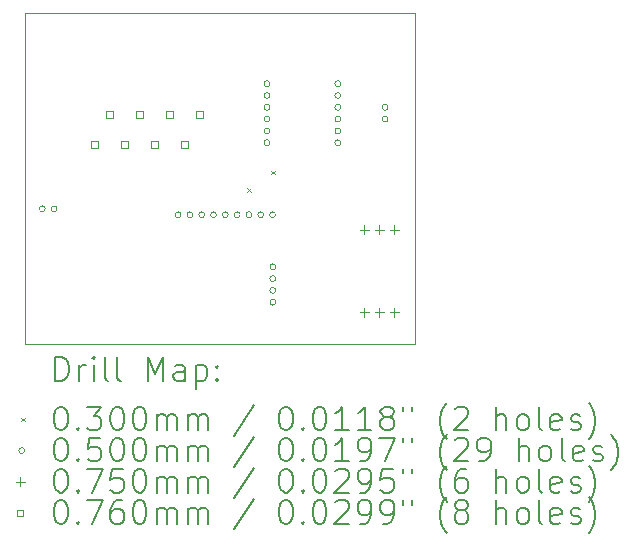
<source format=gbr>
%TF.GenerationSoftware,KiCad,Pcbnew,8.0.7*%
%TF.CreationDate,2025-01-04T17:01:35+01:00*%
%TF.ProjectId,btrail-powerboard,62747261-696c-42d7-906f-776572626f61,rev?*%
%TF.SameCoordinates,Original*%
%TF.FileFunction,Drillmap*%
%TF.FilePolarity,Positive*%
%FSLAX45Y45*%
G04 Gerber Fmt 4.5, Leading zero omitted, Abs format (unit mm)*
G04 Created by KiCad (PCBNEW 8.0.7) date 2025-01-04 17:01:35*
%MOMM*%
%LPD*%
G01*
G04 APERTURE LIST*
%ADD10C,0.050000*%
%ADD11C,0.200000*%
%ADD12C,0.100000*%
G04 APERTURE END LIST*
D10*
X19150000Y-2200000D02*
X22450000Y-2200000D01*
X22450000Y-5000000D01*
X19150000Y-5000000D01*
X19150000Y-2200000D01*
D11*
D12*
X21035000Y-3685000D02*
X21065000Y-3715000D01*
X21065000Y-3685000D02*
X21035000Y-3715000D01*
X21235000Y-3535000D02*
X21265000Y-3565000D01*
X21265000Y-3535000D02*
X21235000Y-3565000D01*
X19322500Y-3859500D02*
G75*
G02*
X19272500Y-3859500I-25000J0D01*
G01*
X19272500Y-3859500D02*
G75*
G02*
X19322500Y-3859500I25000J0D01*
G01*
X19422500Y-3859500D02*
G75*
G02*
X19372500Y-3859500I-25000J0D01*
G01*
X19372500Y-3859500D02*
G75*
G02*
X19422500Y-3859500I25000J0D01*
G01*
X20472500Y-3909500D02*
G75*
G02*
X20422500Y-3909500I-25000J0D01*
G01*
X20422500Y-3909500D02*
G75*
G02*
X20472500Y-3909500I25000J0D01*
G01*
X20572500Y-3909500D02*
G75*
G02*
X20522500Y-3909500I-25000J0D01*
G01*
X20522500Y-3909500D02*
G75*
G02*
X20572500Y-3909500I25000J0D01*
G01*
X20672500Y-3909500D02*
G75*
G02*
X20622500Y-3909500I-25000J0D01*
G01*
X20622500Y-3909500D02*
G75*
G02*
X20672500Y-3909500I25000J0D01*
G01*
X20772500Y-3909500D02*
G75*
G02*
X20722500Y-3909500I-25000J0D01*
G01*
X20722500Y-3909500D02*
G75*
G02*
X20772500Y-3909500I25000J0D01*
G01*
X20872500Y-3909500D02*
G75*
G02*
X20822500Y-3909500I-25000J0D01*
G01*
X20822500Y-3909500D02*
G75*
G02*
X20872500Y-3909500I25000J0D01*
G01*
X20972500Y-3909500D02*
G75*
G02*
X20922500Y-3909500I-25000J0D01*
G01*
X20922500Y-3909500D02*
G75*
G02*
X20972500Y-3909500I25000J0D01*
G01*
X21072500Y-3909500D02*
G75*
G02*
X21022500Y-3909500I-25000J0D01*
G01*
X21022500Y-3909500D02*
G75*
G02*
X21072500Y-3909500I25000J0D01*
G01*
X21172500Y-3909500D02*
G75*
G02*
X21122500Y-3909500I-25000J0D01*
G01*
X21122500Y-3909500D02*
G75*
G02*
X21172500Y-3909500I25000J0D01*
G01*
X21225000Y-2800000D02*
G75*
G02*
X21175000Y-2800000I-25000J0D01*
G01*
X21175000Y-2800000D02*
G75*
G02*
X21225000Y-2800000I25000J0D01*
G01*
X21225000Y-2900000D02*
G75*
G02*
X21175000Y-2900000I-25000J0D01*
G01*
X21175000Y-2900000D02*
G75*
G02*
X21225000Y-2900000I25000J0D01*
G01*
X21225000Y-3000000D02*
G75*
G02*
X21175000Y-3000000I-25000J0D01*
G01*
X21175000Y-3000000D02*
G75*
G02*
X21225000Y-3000000I25000J0D01*
G01*
X21225000Y-3100000D02*
G75*
G02*
X21175000Y-3100000I-25000J0D01*
G01*
X21175000Y-3100000D02*
G75*
G02*
X21225000Y-3100000I25000J0D01*
G01*
X21225000Y-3200000D02*
G75*
G02*
X21175000Y-3200000I-25000J0D01*
G01*
X21175000Y-3200000D02*
G75*
G02*
X21225000Y-3200000I25000J0D01*
G01*
X21225000Y-3300000D02*
G75*
G02*
X21175000Y-3300000I-25000J0D01*
G01*
X21175000Y-3300000D02*
G75*
G02*
X21225000Y-3300000I25000J0D01*
G01*
X21272500Y-3909500D02*
G75*
G02*
X21222500Y-3909500I-25000J0D01*
G01*
X21222500Y-3909500D02*
G75*
G02*
X21272500Y-3909500I25000J0D01*
G01*
X21275000Y-4350000D02*
G75*
G02*
X21225000Y-4350000I-25000J0D01*
G01*
X21225000Y-4350000D02*
G75*
G02*
X21275000Y-4350000I25000J0D01*
G01*
X21275000Y-4450000D02*
G75*
G02*
X21225000Y-4450000I-25000J0D01*
G01*
X21225000Y-4450000D02*
G75*
G02*
X21275000Y-4450000I25000J0D01*
G01*
X21275000Y-4550000D02*
G75*
G02*
X21225000Y-4550000I-25000J0D01*
G01*
X21225000Y-4550000D02*
G75*
G02*
X21275000Y-4550000I25000J0D01*
G01*
X21275000Y-4650000D02*
G75*
G02*
X21225000Y-4650000I-25000J0D01*
G01*
X21225000Y-4650000D02*
G75*
G02*
X21275000Y-4650000I25000J0D01*
G01*
X21825000Y-2800000D02*
G75*
G02*
X21775000Y-2800000I-25000J0D01*
G01*
X21775000Y-2800000D02*
G75*
G02*
X21825000Y-2800000I25000J0D01*
G01*
X21825000Y-2900000D02*
G75*
G02*
X21775000Y-2900000I-25000J0D01*
G01*
X21775000Y-2900000D02*
G75*
G02*
X21825000Y-2900000I25000J0D01*
G01*
X21825000Y-3000000D02*
G75*
G02*
X21775000Y-3000000I-25000J0D01*
G01*
X21775000Y-3000000D02*
G75*
G02*
X21825000Y-3000000I25000J0D01*
G01*
X21825000Y-3100000D02*
G75*
G02*
X21775000Y-3100000I-25000J0D01*
G01*
X21775000Y-3100000D02*
G75*
G02*
X21825000Y-3100000I25000J0D01*
G01*
X21825000Y-3200000D02*
G75*
G02*
X21775000Y-3200000I-25000J0D01*
G01*
X21775000Y-3200000D02*
G75*
G02*
X21825000Y-3200000I25000J0D01*
G01*
X21825000Y-3300000D02*
G75*
G02*
X21775000Y-3300000I-25000J0D01*
G01*
X21775000Y-3300000D02*
G75*
G02*
X21825000Y-3300000I25000J0D01*
G01*
X22225000Y-3000000D02*
G75*
G02*
X22175000Y-3000000I-25000J0D01*
G01*
X22175000Y-3000000D02*
G75*
G02*
X22225000Y-3000000I25000J0D01*
G01*
X22225000Y-3100000D02*
G75*
G02*
X22175000Y-3100000I-25000J0D01*
G01*
X22175000Y-3100000D02*
G75*
G02*
X22225000Y-3100000I25000J0D01*
G01*
X22023000Y-3998500D02*
X22023000Y-4073500D01*
X21985500Y-4036000D02*
X22060500Y-4036000D01*
X22023000Y-4698500D02*
X22023000Y-4773500D01*
X21985500Y-4736000D02*
X22060500Y-4736000D01*
X22150000Y-3998500D02*
X22150000Y-4073500D01*
X22112500Y-4036000D02*
X22187500Y-4036000D01*
X22150000Y-4698500D02*
X22150000Y-4773500D01*
X22112500Y-4736000D02*
X22187500Y-4736000D01*
X22277000Y-3998500D02*
X22277000Y-4073500D01*
X22239500Y-4036000D02*
X22314500Y-4036000D01*
X22277000Y-4698500D02*
X22277000Y-4773500D01*
X22239500Y-4736000D02*
X22314500Y-4736000D01*
X19766120Y-3340870D02*
X19766120Y-3287130D01*
X19712380Y-3287130D01*
X19712380Y-3340870D01*
X19766120Y-3340870D01*
X19893120Y-3086870D02*
X19893120Y-3033130D01*
X19839380Y-3033130D01*
X19839380Y-3086870D01*
X19893120Y-3086870D01*
X20020120Y-3340870D02*
X20020120Y-3287130D01*
X19966380Y-3287130D01*
X19966380Y-3340870D01*
X20020120Y-3340870D01*
X20147120Y-3086870D02*
X20147120Y-3033130D01*
X20093380Y-3033130D01*
X20093380Y-3086870D01*
X20147120Y-3086870D01*
X20274120Y-3340870D02*
X20274120Y-3287130D01*
X20220380Y-3287130D01*
X20220380Y-3340870D01*
X20274120Y-3340870D01*
X20401120Y-3086870D02*
X20401120Y-3033130D01*
X20347380Y-3033130D01*
X20347380Y-3086870D01*
X20401120Y-3086870D01*
X20528120Y-3340870D02*
X20528120Y-3287130D01*
X20474380Y-3287130D01*
X20474380Y-3340870D01*
X20528120Y-3340870D01*
X20655120Y-3086870D02*
X20655120Y-3033130D01*
X20601380Y-3033130D01*
X20601380Y-3086870D01*
X20655120Y-3086870D01*
D11*
X19408277Y-5313984D02*
X19408277Y-5113984D01*
X19408277Y-5113984D02*
X19455896Y-5113984D01*
X19455896Y-5113984D02*
X19484467Y-5123508D01*
X19484467Y-5123508D02*
X19503515Y-5142555D01*
X19503515Y-5142555D02*
X19513039Y-5161603D01*
X19513039Y-5161603D02*
X19522563Y-5199698D01*
X19522563Y-5199698D02*
X19522563Y-5228270D01*
X19522563Y-5228270D02*
X19513039Y-5266365D01*
X19513039Y-5266365D02*
X19503515Y-5285412D01*
X19503515Y-5285412D02*
X19484467Y-5304460D01*
X19484467Y-5304460D02*
X19455896Y-5313984D01*
X19455896Y-5313984D02*
X19408277Y-5313984D01*
X19608277Y-5313984D02*
X19608277Y-5180650D01*
X19608277Y-5218746D02*
X19617801Y-5199698D01*
X19617801Y-5199698D02*
X19627324Y-5190174D01*
X19627324Y-5190174D02*
X19646372Y-5180650D01*
X19646372Y-5180650D02*
X19665420Y-5180650D01*
X19732086Y-5313984D02*
X19732086Y-5180650D01*
X19732086Y-5113984D02*
X19722563Y-5123508D01*
X19722563Y-5123508D02*
X19732086Y-5133031D01*
X19732086Y-5133031D02*
X19741610Y-5123508D01*
X19741610Y-5123508D02*
X19732086Y-5113984D01*
X19732086Y-5113984D02*
X19732086Y-5133031D01*
X19855896Y-5313984D02*
X19836848Y-5304460D01*
X19836848Y-5304460D02*
X19827324Y-5285412D01*
X19827324Y-5285412D02*
X19827324Y-5113984D01*
X19960658Y-5313984D02*
X19941610Y-5304460D01*
X19941610Y-5304460D02*
X19932086Y-5285412D01*
X19932086Y-5285412D02*
X19932086Y-5113984D01*
X20189229Y-5313984D02*
X20189229Y-5113984D01*
X20189229Y-5113984D02*
X20255896Y-5256841D01*
X20255896Y-5256841D02*
X20322563Y-5113984D01*
X20322563Y-5113984D02*
X20322563Y-5313984D01*
X20503515Y-5313984D02*
X20503515Y-5209222D01*
X20503515Y-5209222D02*
X20493991Y-5190174D01*
X20493991Y-5190174D02*
X20474944Y-5180650D01*
X20474944Y-5180650D02*
X20436848Y-5180650D01*
X20436848Y-5180650D02*
X20417801Y-5190174D01*
X20503515Y-5304460D02*
X20484467Y-5313984D01*
X20484467Y-5313984D02*
X20436848Y-5313984D01*
X20436848Y-5313984D02*
X20417801Y-5304460D01*
X20417801Y-5304460D02*
X20408277Y-5285412D01*
X20408277Y-5285412D02*
X20408277Y-5266365D01*
X20408277Y-5266365D02*
X20417801Y-5247317D01*
X20417801Y-5247317D02*
X20436848Y-5237793D01*
X20436848Y-5237793D02*
X20484467Y-5237793D01*
X20484467Y-5237793D02*
X20503515Y-5228270D01*
X20598753Y-5180650D02*
X20598753Y-5380650D01*
X20598753Y-5190174D02*
X20617801Y-5180650D01*
X20617801Y-5180650D02*
X20655896Y-5180650D01*
X20655896Y-5180650D02*
X20674944Y-5190174D01*
X20674944Y-5190174D02*
X20684467Y-5199698D01*
X20684467Y-5199698D02*
X20693991Y-5218746D01*
X20693991Y-5218746D02*
X20693991Y-5275889D01*
X20693991Y-5275889D02*
X20684467Y-5294936D01*
X20684467Y-5294936D02*
X20674944Y-5304460D01*
X20674944Y-5304460D02*
X20655896Y-5313984D01*
X20655896Y-5313984D02*
X20617801Y-5313984D01*
X20617801Y-5313984D02*
X20598753Y-5304460D01*
X20779705Y-5294936D02*
X20789229Y-5304460D01*
X20789229Y-5304460D02*
X20779705Y-5313984D01*
X20779705Y-5313984D02*
X20770182Y-5304460D01*
X20770182Y-5304460D02*
X20779705Y-5294936D01*
X20779705Y-5294936D02*
X20779705Y-5313984D01*
X20779705Y-5190174D02*
X20789229Y-5199698D01*
X20789229Y-5199698D02*
X20779705Y-5209222D01*
X20779705Y-5209222D02*
X20770182Y-5199698D01*
X20770182Y-5199698D02*
X20779705Y-5190174D01*
X20779705Y-5190174D02*
X20779705Y-5209222D01*
D12*
X19117500Y-5627500D02*
X19147500Y-5657500D01*
X19147500Y-5627500D02*
X19117500Y-5657500D01*
D11*
X19446372Y-5533984D02*
X19465420Y-5533984D01*
X19465420Y-5533984D02*
X19484467Y-5543508D01*
X19484467Y-5543508D02*
X19493991Y-5553031D01*
X19493991Y-5553031D02*
X19503515Y-5572079D01*
X19503515Y-5572079D02*
X19513039Y-5610174D01*
X19513039Y-5610174D02*
X19513039Y-5657793D01*
X19513039Y-5657793D02*
X19503515Y-5695888D01*
X19503515Y-5695888D02*
X19493991Y-5714936D01*
X19493991Y-5714936D02*
X19484467Y-5724460D01*
X19484467Y-5724460D02*
X19465420Y-5733984D01*
X19465420Y-5733984D02*
X19446372Y-5733984D01*
X19446372Y-5733984D02*
X19427324Y-5724460D01*
X19427324Y-5724460D02*
X19417801Y-5714936D01*
X19417801Y-5714936D02*
X19408277Y-5695888D01*
X19408277Y-5695888D02*
X19398753Y-5657793D01*
X19398753Y-5657793D02*
X19398753Y-5610174D01*
X19398753Y-5610174D02*
X19408277Y-5572079D01*
X19408277Y-5572079D02*
X19417801Y-5553031D01*
X19417801Y-5553031D02*
X19427324Y-5543508D01*
X19427324Y-5543508D02*
X19446372Y-5533984D01*
X19598753Y-5714936D02*
X19608277Y-5724460D01*
X19608277Y-5724460D02*
X19598753Y-5733984D01*
X19598753Y-5733984D02*
X19589229Y-5724460D01*
X19589229Y-5724460D02*
X19598753Y-5714936D01*
X19598753Y-5714936D02*
X19598753Y-5733984D01*
X19674944Y-5533984D02*
X19798753Y-5533984D01*
X19798753Y-5533984D02*
X19732086Y-5610174D01*
X19732086Y-5610174D02*
X19760658Y-5610174D01*
X19760658Y-5610174D02*
X19779705Y-5619698D01*
X19779705Y-5619698D02*
X19789229Y-5629222D01*
X19789229Y-5629222D02*
X19798753Y-5648269D01*
X19798753Y-5648269D02*
X19798753Y-5695888D01*
X19798753Y-5695888D02*
X19789229Y-5714936D01*
X19789229Y-5714936D02*
X19779705Y-5724460D01*
X19779705Y-5724460D02*
X19760658Y-5733984D01*
X19760658Y-5733984D02*
X19703515Y-5733984D01*
X19703515Y-5733984D02*
X19684467Y-5724460D01*
X19684467Y-5724460D02*
X19674944Y-5714936D01*
X19922563Y-5533984D02*
X19941610Y-5533984D01*
X19941610Y-5533984D02*
X19960658Y-5543508D01*
X19960658Y-5543508D02*
X19970182Y-5553031D01*
X19970182Y-5553031D02*
X19979705Y-5572079D01*
X19979705Y-5572079D02*
X19989229Y-5610174D01*
X19989229Y-5610174D02*
X19989229Y-5657793D01*
X19989229Y-5657793D02*
X19979705Y-5695888D01*
X19979705Y-5695888D02*
X19970182Y-5714936D01*
X19970182Y-5714936D02*
X19960658Y-5724460D01*
X19960658Y-5724460D02*
X19941610Y-5733984D01*
X19941610Y-5733984D02*
X19922563Y-5733984D01*
X19922563Y-5733984D02*
X19903515Y-5724460D01*
X19903515Y-5724460D02*
X19893991Y-5714936D01*
X19893991Y-5714936D02*
X19884467Y-5695888D01*
X19884467Y-5695888D02*
X19874944Y-5657793D01*
X19874944Y-5657793D02*
X19874944Y-5610174D01*
X19874944Y-5610174D02*
X19884467Y-5572079D01*
X19884467Y-5572079D02*
X19893991Y-5553031D01*
X19893991Y-5553031D02*
X19903515Y-5543508D01*
X19903515Y-5543508D02*
X19922563Y-5533984D01*
X20113039Y-5533984D02*
X20132086Y-5533984D01*
X20132086Y-5533984D02*
X20151134Y-5543508D01*
X20151134Y-5543508D02*
X20160658Y-5553031D01*
X20160658Y-5553031D02*
X20170182Y-5572079D01*
X20170182Y-5572079D02*
X20179705Y-5610174D01*
X20179705Y-5610174D02*
X20179705Y-5657793D01*
X20179705Y-5657793D02*
X20170182Y-5695888D01*
X20170182Y-5695888D02*
X20160658Y-5714936D01*
X20160658Y-5714936D02*
X20151134Y-5724460D01*
X20151134Y-5724460D02*
X20132086Y-5733984D01*
X20132086Y-5733984D02*
X20113039Y-5733984D01*
X20113039Y-5733984D02*
X20093991Y-5724460D01*
X20093991Y-5724460D02*
X20084467Y-5714936D01*
X20084467Y-5714936D02*
X20074944Y-5695888D01*
X20074944Y-5695888D02*
X20065420Y-5657793D01*
X20065420Y-5657793D02*
X20065420Y-5610174D01*
X20065420Y-5610174D02*
X20074944Y-5572079D01*
X20074944Y-5572079D02*
X20084467Y-5553031D01*
X20084467Y-5553031D02*
X20093991Y-5543508D01*
X20093991Y-5543508D02*
X20113039Y-5533984D01*
X20265420Y-5733984D02*
X20265420Y-5600650D01*
X20265420Y-5619698D02*
X20274944Y-5610174D01*
X20274944Y-5610174D02*
X20293991Y-5600650D01*
X20293991Y-5600650D02*
X20322563Y-5600650D01*
X20322563Y-5600650D02*
X20341610Y-5610174D01*
X20341610Y-5610174D02*
X20351134Y-5629222D01*
X20351134Y-5629222D02*
X20351134Y-5733984D01*
X20351134Y-5629222D02*
X20360658Y-5610174D01*
X20360658Y-5610174D02*
X20379705Y-5600650D01*
X20379705Y-5600650D02*
X20408277Y-5600650D01*
X20408277Y-5600650D02*
X20427325Y-5610174D01*
X20427325Y-5610174D02*
X20436848Y-5629222D01*
X20436848Y-5629222D02*
X20436848Y-5733984D01*
X20532086Y-5733984D02*
X20532086Y-5600650D01*
X20532086Y-5619698D02*
X20541610Y-5610174D01*
X20541610Y-5610174D02*
X20560658Y-5600650D01*
X20560658Y-5600650D02*
X20589229Y-5600650D01*
X20589229Y-5600650D02*
X20608277Y-5610174D01*
X20608277Y-5610174D02*
X20617801Y-5629222D01*
X20617801Y-5629222D02*
X20617801Y-5733984D01*
X20617801Y-5629222D02*
X20627325Y-5610174D01*
X20627325Y-5610174D02*
X20646372Y-5600650D01*
X20646372Y-5600650D02*
X20674944Y-5600650D01*
X20674944Y-5600650D02*
X20693991Y-5610174D01*
X20693991Y-5610174D02*
X20703515Y-5629222D01*
X20703515Y-5629222D02*
X20703515Y-5733984D01*
X21093991Y-5524460D02*
X20922563Y-5781603D01*
X21351134Y-5533984D02*
X21370182Y-5533984D01*
X21370182Y-5533984D02*
X21389229Y-5543508D01*
X21389229Y-5543508D02*
X21398753Y-5553031D01*
X21398753Y-5553031D02*
X21408277Y-5572079D01*
X21408277Y-5572079D02*
X21417801Y-5610174D01*
X21417801Y-5610174D02*
X21417801Y-5657793D01*
X21417801Y-5657793D02*
X21408277Y-5695888D01*
X21408277Y-5695888D02*
X21398753Y-5714936D01*
X21398753Y-5714936D02*
X21389229Y-5724460D01*
X21389229Y-5724460D02*
X21370182Y-5733984D01*
X21370182Y-5733984D02*
X21351134Y-5733984D01*
X21351134Y-5733984D02*
X21332087Y-5724460D01*
X21332087Y-5724460D02*
X21322563Y-5714936D01*
X21322563Y-5714936D02*
X21313039Y-5695888D01*
X21313039Y-5695888D02*
X21303515Y-5657793D01*
X21303515Y-5657793D02*
X21303515Y-5610174D01*
X21303515Y-5610174D02*
X21313039Y-5572079D01*
X21313039Y-5572079D02*
X21322563Y-5553031D01*
X21322563Y-5553031D02*
X21332087Y-5543508D01*
X21332087Y-5543508D02*
X21351134Y-5533984D01*
X21503515Y-5714936D02*
X21513039Y-5724460D01*
X21513039Y-5724460D02*
X21503515Y-5733984D01*
X21503515Y-5733984D02*
X21493991Y-5724460D01*
X21493991Y-5724460D02*
X21503515Y-5714936D01*
X21503515Y-5714936D02*
X21503515Y-5733984D01*
X21636848Y-5533984D02*
X21655896Y-5533984D01*
X21655896Y-5533984D02*
X21674944Y-5543508D01*
X21674944Y-5543508D02*
X21684468Y-5553031D01*
X21684468Y-5553031D02*
X21693991Y-5572079D01*
X21693991Y-5572079D02*
X21703515Y-5610174D01*
X21703515Y-5610174D02*
X21703515Y-5657793D01*
X21703515Y-5657793D02*
X21693991Y-5695888D01*
X21693991Y-5695888D02*
X21684468Y-5714936D01*
X21684468Y-5714936D02*
X21674944Y-5724460D01*
X21674944Y-5724460D02*
X21655896Y-5733984D01*
X21655896Y-5733984D02*
X21636848Y-5733984D01*
X21636848Y-5733984D02*
X21617801Y-5724460D01*
X21617801Y-5724460D02*
X21608277Y-5714936D01*
X21608277Y-5714936D02*
X21598753Y-5695888D01*
X21598753Y-5695888D02*
X21589229Y-5657793D01*
X21589229Y-5657793D02*
X21589229Y-5610174D01*
X21589229Y-5610174D02*
X21598753Y-5572079D01*
X21598753Y-5572079D02*
X21608277Y-5553031D01*
X21608277Y-5553031D02*
X21617801Y-5543508D01*
X21617801Y-5543508D02*
X21636848Y-5533984D01*
X21893991Y-5733984D02*
X21779706Y-5733984D01*
X21836848Y-5733984D02*
X21836848Y-5533984D01*
X21836848Y-5533984D02*
X21817801Y-5562555D01*
X21817801Y-5562555D02*
X21798753Y-5581603D01*
X21798753Y-5581603D02*
X21779706Y-5591127D01*
X22084468Y-5733984D02*
X21970182Y-5733984D01*
X22027325Y-5733984D02*
X22027325Y-5533984D01*
X22027325Y-5533984D02*
X22008277Y-5562555D01*
X22008277Y-5562555D02*
X21989229Y-5581603D01*
X21989229Y-5581603D02*
X21970182Y-5591127D01*
X22198753Y-5619698D02*
X22179706Y-5610174D01*
X22179706Y-5610174D02*
X22170182Y-5600650D01*
X22170182Y-5600650D02*
X22160658Y-5581603D01*
X22160658Y-5581603D02*
X22160658Y-5572079D01*
X22160658Y-5572079D02*
X22170182Y-5553031D01*
X22170182Y-5553031D02*
X22179706Y-5543508D01*
X22179706Y-5543508D02*
X22198753Y-5533984D01*
X22198753Y-5533984D02*
X22236849Y-5533984D01*
X22236849Y-5533984D02*
X22255896Y-5543508D01*
X22255896Y-5543508D02*
X22265420Y-5553031D01*
X22265420Y-5553031D02*
X22274944Y-5572079D01*
X22274944Y-5572079D02*
X22274944Y-5581603D01*
X22274944Y-5581603D02*
X22265420Y-5600650D01*
X22265420Y-5600650D02*
X22255896Y-5610174D01*
X22255896Y-5610174D02*
X22236849Y-5619698D01*
X22236849Y-5619698D02*
X22198753Y-5619698D01*
X22198753Y-5619698D02*
X22179706Y-5629222D01*
X22179706Y-5629222D02*
X22170182Y-5638746D01*
X22170182Y-5638746D02*
X22160658Y-5657793D01*
X22160658Y-5657793D02*
X22160658Y-5695888D01*
X22160658Y-5695888D02*
X22170182Y-5714936D01*
X22170182Y-5714936D02*
X22179706Y-5724460D01*
X22179706Y-5724460D02*
X22198753Y-5733984D01*
X22198753Y-5733984D02*
X22236849Y-5733984D01*
X22236849Y-5733984D02*
X22255896Y-5724460D01*
X22255896Y-5724460D02*
X22265420Y-5714936D01*
X22265420Y-5714936D02*
X22274944Y-5695888D01*
X22274944Y-5695888D02*
X22274944Y-5657793D01*
X22274944Y-5657793D02*
X22265420Y-5638746D01*
X22265420Y-5638746D02*
X22255896Y-5629222D01*
X22255896Y-5629222D02*
X22236849Y-5619698D01*
X22351134Y-5533984D02*
X22351134Y-5572079D01*
X22427325Y-5533984D02*
X22427325Y-5572079D01*
X22722563Y-5810174D02*
X22713039Y-5800650D01*
X22713039Y-5800650D02*
X22693991Y-5772079D01*
X22693991Y-5772079D02*
X22684468Y-5753031D01*
X22684468Y-5753031D02*
X22674944Y-5724460D01*
X22674944Y-5724460D02*
X22665420Y-5676841D01*
X22665420Y-5676841D02*
X22665420Y-5638746D01*
X22665420Y-5638746D02*
X22674944Y-5591127D01*
X22674944Y-5591127D02*
X22684468Y-5562555D01*
X22684468Y-5562555D02*
X22693991Y-5543508D01*
X22693991Y-5543508D02*
X22713039Y-5514936D01*
X22713039Y-5514936D02*
X22722563Y-5505412D01*
X22789229Y-5553031D02*
X22798753Y-5543508D01*
X22798753Y-5543508D02*
X22817801Y-5533984D01*
X22817801Y-5533984D02*
X22865420Y-5533984D01*
X22865420Y-5533984D02*
X22884468Y-5543508D01*
X22884468Y-5543508D02*
X22893991Y-5553031D01*
X22893991Y-5553031D02*
X22903515Y-5572079D01*
X22903515Y-5572079D02*
X22903515Y-5591127D01*
X22903515Y-5591127D02*
X22893991Y-5619698D01*
X22893991Y-5619698D02*
X22779706Y-5733984D01*
X22779706Y-5733984D02*
X22903515Y-5733984D01*
X23141610Y-5733984D02*
X23141610Y-5533984D01*
X23227325Y-5733984D02*
X23227325Y-5629222D01*
X23227325Y-5629222D02*
X23217801Y-5610174D01*
X23217801Y-5610174D02*
X23198753Y-5600650D01*
X23198753Y-5600650D02*
X23170182Y-5600650D01*
X23170182Y-5600650D02*
X23151134Y-5610174D01*
X23151134Y-5610174D02*
X23141610Y-5619698D01*
X23351134Y-5733984D02*
X23332087Y-5724460D01*
X23332087Y-5724460D02*
X23322563Y-5714936D01*
X23322563Y-5714936D02*
X23313039Y-5695888D01*
X23313039Y-5695888D02*
X23313039Y-5638746D01*
X23313039Y-5638746D02*
X23322563Y-5619698D01*
X23322563Y-5619698D02*
X23332087Y-5610174D01*
X23332087Y-5610174D02*
X23351134Y-5600650D01*
X23351134Y-5600650D02*
X23379706Y-5600650D01*
X23379706Y-5600650D02*
X23398753Y-5610174D01*
X23398753Y-5610174D02*
X23408277Y-5619698D01*
X23408277Y-5619698D02*
X23417801Y-5638746D01*
X23417801Y-5638746D02*
X23417801Y-5695888D01*
X23417801Y-5695888D02*
X23408277Y-5714936D01*
X23408277Y-5714936D02*
X23398753Y-5724460D01*
X23398753Y-5724460D02*
X23379706Y-5733984D01*
X23379706Y-5733984D02*
X23351134Y-5733984D01*
X23532087Y-5733984D02*
X23513039Y-5724460D01*
X23513039Y-5724460D02*
X23503515Y-5705412D01*
X23503515Y-5705412D02*
X23503515Y-5533984D01*
X23684468Y-5724460D02*
X23665420Y-5733984D01*
X23665420Y-5733984D02*
X23627325Y-5733984D01*
X23627325Y-5733984D02*
X23608277Y-5724460D01*
X23608277Y-5724460D02*
X23598753Y-5705412D01*
X23598753Y-5705412D02*
X23598753Y-5629222D01*
X23598753Y-5629222D02*
X23608277Y-5610174D01*
X23608277Y-5610174D02*
X23627325Y-5600650D01*
X23627325Y-5600650D02*
X23665420Y-5600650D01*
X23665420Y-5600650D02*
X23684468Y-5610174D01*
X23684468Y-5610174D02*
X23693991Y-5629222D01*
X23693991Y-5629222D02*
X23693991Y-5648269D01*
X23693991Y-5648269D02*
X23598753Y-5667317D01*
X23770182Y-5724460D02*
X23789230Y-5733984D01*
X23789230Y-5733984D02*
X23827325Y-5733984D01*
X23827325Y-5733984D02*
X23846372Y-5724460D01*
X23846372Y-5724460D02*
X23855896Y-5705412D01*
X23855896Y-5705412D02*
X23855896Y-5695888D01*
X23855896Y-5695888D02*
X23846372Y-5676841D01*
X23846372Y-5676841D02*
X23827325Y-5667317D01*
X23827325Y-5667317D02*
X23798753Y-5667317D01*
X23798753Y-5667317D02*
X23779706Y-5657793D01*
X23779706Y-5657793D02*
X23770182Y-5638746D01*
X23770182Y-5638746D02*
X23770182Y-5629222D01*
X23770182Y-5629222D02*
X23779706Y-5610174D01*
X23779706Y-5610174D02*
X23798753Y-5600650D01*
X23798753Y-5600650D02*
X23827325Y-5600650D01*
X23827325Y-5600650D02*
X23846372Y-5610174D01*
X23922563Y-5810174D02*
X23932087Y-5800650D01*
X23932087Y-5800650D02*
X23951134Y-5772079D01*
X23951134Y-5772079D02*
X23960658Y-5753031D01*
X23960658Y-5753031D02*
X23970182Y-5724460D01*
X23970182Y-5724460D02*
X23979706Y-5676841D01*
X23979706Y-5676841D02*
X23979706Y-5638746D01*
X23979706Y-5638746D02*
X23970182Y-5591127D01*
X23970182Y-5591127D02*
X23960658Y-5562555D01*
X23960658Y-5562555D02*
X23951134Y-5543508D01*
X23951134Y-5543508D02*
X23932087Y-5514936D01*
X23932087Y-5514936D02*
X23922563Y-5505412D01*
D12*
X19147500Y-5906500D02*
G75*
G02*
X19097500Y-5906500I-25000J0D01*
G01*
X19097500Y-5906500D02*
G75*
G02*
X19147500Y-5906500I25000J0D01*
G01*
D11*
X19446372Y-5797984D02*
X19465420Y-5797984D01*
X19465420Y-5797984D02*
X19484467Y-5807508D01*
X19484467Y-5807508D02*
X19493991Y-5817031D01*
X19493991Y-5817031D02*
X19503515Y-5836079D01*
X19503515Y-5836079D02*
X19513039Y-5874174D01*
X19513039Y-5874174D02*
X19513039Y-5921793D01*
X19513039Y-5921793D02*
X19503515Y-5959888D01*
X19503515Y-5959888D02*
X19493991Y-5978936D01*
X19493991Y-5978936D02*
X19484467Y-5988460D01*
X19484467Y-5988460D02*
X19465420Y-5997984D01*
X19465420Y-5997984D02*
X19446372Y-5997984D01*
X19446372Y-5997984D02*
X19427324Y-5988460D01*
X19427324Y-5988460D02*
X19417801Y-5978936D01*
X19417801Y-5978936D02*
X19408277Y-5959888D01*
X19408277Y-5959888D02*
X19398753Y-5921793D01*
X19398753Y-5921793D02*
X19398753Y-5874174D01*
X19398753Y-5874174D02*
X19408277Y-5836079D01*
X19408277Y-5836079D02*
X19417801Y-5817031D01*
X19417801Y-5817031D02*
X19427324Y-5807508D01*
X19427324Y-5807508D02*
X19446372Y-5797984D01*
X19598753Y-5978936D02*
X19608277Y-5988460D01*
X19608277Y-5988460D02*
X19598753Y-5997984D01*
X19598753Y-5997984D02*
X19589229Y-5988460D01*
X19589229Y-5988460D02*
X19598753Y-5978936D01*
X19598753Y-5978936D02*
X19598753Y-5997984D01*
X19789229Y-5797984D02*
X19693991Y-5797984D01*
X19693991Y-5797984D02*
X19684467Y-5893222D01*
X19684467Y-5893222D02*
X19693991Y-5883698D01*
X19693991Y-5883698D02*
X19713039Y-5874174D01*
X19713039Y-5874174D02*
X19760658Y-5874174D01*
X19760658Y-5874174D02*
X19779705Y-5883698D01*
X19779705Y-5883698D02*
X19789229Y-5893222D01*
X19789229Y-5893222D02*
X19798753Y-5912269D01*
X19798753Y-5912269D02*
X19798753Y-5959888D01*
X19798753Y-5959888D02*
X19789229Y-5978936D01*
X19789229Y-5978936D02*
X19779705Y-5988460D01*
X19779705Y-5988460D02*
X19760658Y-5997984D01*
X19760658Y-5997984D02*
X19713039Y-5997984D01*
X19713039Y-5997984D02*
X19693991Y-5988460D01*
X19693991Y-5988460D02*
X19684467Y-5978936D01*
X19922563Y-5797984D02*
X19941610Y-5797984D01*
X19941610Y-5797984D02*
X19960658Y-5807508D01*
X19960658Y-5807508D02*
X19970182Y-5817031D01*
X19970182Y-5817031D02*
X19979705Y-5836079D01*
X19979705Y-5836079D02*
X19989229Y-5874174D01*
X19989229Y-5874174D02*
X19989229Y-5921793D01*
X19989229Y-5921793D02*
X19979705Y-5959888D01*
X19979705Y-5959888D02*
X19970182Y-5978936D01*
X19970182Y-5978936D02*
X19960658Y-5988460D01*
X19960658Y-5988460D02*
X19941610Y-5997984D01*
X19941610Y-5997984D02*
X19922563Y-5997984D01*
X19922563Y-5997984D02*
X19903515Y-5988460D01*
X19903515Y-5988460D02*
X19893991Y-5978936D01*
X19893991Y-5978936D02*
X19884467Y-5959888D01*
X19884467Y-5959888D02*
X19874944Y-5921793D01*
X19874944Y-5921793D02*
X19874944Y-5874174D01*
X19874944Y-5874174D02*
X19884467Y-5836079D01*
X19884467Y-5836079D02*
X19893991Y-5817031D01*
X19893991Y-5817031D02*
X19903515Y-5807508D01*
X19903515Y-5807508D02*
X19922563Y-5797984D01*
X20113039Y-5797984D02*
X20132086Y-5797984D01*
X20132086Y-5797984D02*
X20151134Y-5807508D01*
X20151134Y-5807508D02*
X20160658Y-5817031D01*
X20160658Y-5817031D02*
X20170182Y-5836079D01*
X20170182Y-5836079D02*
X20179705Y-5874174D01*
X20179705Y-5874174D02*
X20179705Y-5921793D01*
X20179705Y-5921793D02*
X20170182Y-5959888D01*
X20170182Y-5959888D02*
X20160658Y-5978936D01*
X20160658Y-5978936D02*
X20151134Y-5988460D01*
X20151134Y-5988460D02*
X20132086Y-5997984D01*
X20132086Y-5997984D02*
X20113039Y-5997984D01*
X20113039Y-5997984D02*
X20093991Y-5988460D01*
X20093991Y-5988460D02*
X20084467Y-5978936D01*
X20084467Y-5978936D02*
X20074944Y-5959888D01*
X20074944Y-5959888D02*
X20065420Y-5921793D01*
X20065420Y-5921793D02*
X20065420Y-5874174D01*
X20065420Y-5874174D02*
X20074944Y-5836079D01*
X20074944Y-5836079D02*
X20084467Y-5817031D01*
X20084467Y-5817031D02*
X20093991Y-5807508D01*
X20093991Y-5807508D02*
X20113039Y-5797984D01*
X20265420Y-5997984D02*
X20265420Y-5864650D01*
X20265420Y-5883698D02*
X20274944Y-5874174D01*
X20274944Y-5874174D02*
X20293991Y-5864650D01*
X20293991Y-5864650D02*
X20322563Y-5864650D01*
X20322563Y-5864650D02*
X20341610Y-5874174D01*
X20341610Y-5874174D02*
X20351134Y-5893222D01*
X20351134Y-5893222D02*
X20351134Y-5997984D01*
X20351134Y-5893222D02*
X20360658Y-5874174D01*
X20360658Y-5874174D02*
X20379705Y-5864650D01*
X20379705Y-5864650D02*
X20408277Y-5864650D01*
X20408277Y-5864650D02*
X20427325Y-5874174D01*
X20427325Y-5874174D02*
X20436848Y-5893222D01*
X20436848Y-5893222D02*
X20436848Y-5997984D01*
X20532086Y-5997984D02*
X20532086Y-5864650D01*
X20532086Y-5883698D02*
X20541610Y-5874174D01*
X20541610Y-5874174D02*
X20560658Y-5864650D01*
X20560658Y-5864650D02*
X20589229Y-5864650D01*
X20589229Y-5864650D02*
X20608277Y-5874174D01*
X20608277Y-5874174D02*
X20617801Y-5893222D01*
X20617801Y-5893222D02*
X20617801Y-5997984D01*
X20617801Y-5893222D02*
X20627325Y-5874174D01*
X20627325Y-5874174D02*
X20646372Y-5864650D01*
X20646372Y-5864650D02*
X20674944Y-5864650D01*
X20674944Y-5864650D02*
X20693991Y-5874174D01*
X20693991Y-5874174D02*
X20703515Y-5893222D01*
X20703515Y-5893222D02*
X20703515Y-5997984D01*
X21093991Y-5788460D02*
X20922563Y-6045603D01*
X21351134Y-5797984D02*
X21370182Y-5797984D01*
X21370182Y-5797984D02*
X21389229Y-5807508D01*
X21389229Y-5807508D02*
X21398753Y-5817031D01*
X21398753Y-5817031D02*
X21408277Y-5836079D01*
X21408277Y-5836079D02*
X21417801Y-5874174D01*
X21417801Y-5874174D02*
X21417801Y-5921793D01*
X21417801Y-5921793D02*
X21408277Y-5959888D01*
X21408277Y-5959888D02*
X21398753Y-5978936D01*
X21398753Y-5978936D02*
X21389229Y-5988460D01*
X21389229Y-5988460D02*
X21370182Y-5997984D01*
X21370182Y-5997984D02*
X21351134Y-5997984D01*
X21351134Y-5997984D02*
X21332087Y-5988460D01*
X21332087Y-5988460D02*
X21322563Y-5978936D01*
X21322563Y-5978936D02*
X21313039Y-5959888D01*
X21313039Y-5959888D02*
X21303515Y-5921793D01*
X21303515Y-5921793D02*
X21303515Y-5874174D01*
X21303515Y-5874174D02*
X21313039Y-5836079D01*
X21313039Y-5836079D02*
X21322563Y-5817031D01*
X21322563Y-5817031D02*
X21332087Y-5807508D01*
X21332087Y-5807508D02*
X21351134Y-5797984D01*
X21503515Y-5978936D02*
X21513039Y-5988460D01*
X21513039Y-5988460D02*
X21503515Y-5997984D01*
X21503515Y-5997984D02*
X21493991Y-5988460D01*
X21493991Y-5988460D02*
X21503515Y-5978936D01*
X21503515Y-5978936D02*
X21503515Y-5997984D01*
X21636848Y-5797984D02*
X21655896Y-5797984D01*
X21655896Y-5797984D02*
X21674944Y-5807508D01*
X21674944Y-5807508D02*
X21684468Y-5817031D01*
X21684468Y-5817031D02*
X21693991Y-5836079D01*
X21693991Y-5836079D02*
X21703515Y-5874174D01*
X21703515Y-5874174D02*
X21703515Y-5921793D01*
X21703515Y-5921793D02*
X21693991Y-5959888D01*
X21693991Y-5959888D02*
X21684468Y-5978936D01*
X21684468Y-5978936D02*
X21674944Y-5988460D01*
X21674944Y-5988460D02*
X21655896Y-5997984D01*
X21655896Y-5997984D02*
X21636848Y-5997984D01*
X21636848Y-5997984D02*
X21617801Y-5988460D01*
X21617801Y-5988460D02*
X21608277Y-5978936D01*
X21608277Y-5978936D02*
X21598753Y-5959888D01*
X21598753Y-5959888D02*
X21589229Y-5921793D01*
X21589229Y-5921793D02*
X21589229Y-5874174D01*
X21589229Y-5874174D02*
X21598753Y-5836079D01*
X21598753Y-5836079D02*
X21608277Y-5817031D01*
X21608277Y-5817031D02*
X21617801Y-5807508D01*
X21617801Y-5807508D02*
X21636848Y-5797984D01*
X21893991Y-5997984D02*
X21779706Y-5997984D01*
X21836848Y-5997984D02*
X21836848Y-5797984D01*
X21836848Y-5797984D02*
X21817801Y-5826555D01*
X21817801Y-5826555D02*
X21798753Y-5845603D01*
X21798753Y-5845603D02*
X21779706Y-5855127D01*
X21989229Y-5997984D02*
X22027325Y-5997984D01*
X22027325Y-5997984D02*
X22046372Y-5988460D01*
X22046372Y-5988460D02*
X22055896Y-5978936D01*
X22055896Y-5978936D02*
X22074944Y-5950365D01*
X22074944Y-5950365D02*
X22084468Y-5912269D01*
X22084468Y-5912269D02*
X22084468Y-5836079D01*
X22084468Y-5836079D02*
X22074944Y-5817031D01*
X22074944Y-5817031D02*
X22065420Y-5807508D01*
X22065420Y-5807508D02*
X22046372Y-5797984D01*
X22046372Y-5797984D02*
X22008277Y-5797984D01*
X22008277Y-5797984D02*
X21989229Y-5807508D01*
X21989229Y-5807508D02*
X21979706Y-5817031D01*
X21979706Y-5817031D02*
X21970182Y-5836079D01*
X21970182Y-5836079D02*
X21970182Y-5883698D01*
X21970182Y-5883698D02*
X21979706Y-5902746D01*
X21979706Y-5902746D02*
X21989229Y-5912269D01*
X21989229Y-5912269D02*
X22008277Y-5921793D01*
X22008277Y-5921793D02*
X22046372Y-5921793D01*
X22046372Y-5921793D02*
X22065420Y-5912269D01*
X22065420Y-5912269D02*
X22074944Y-5902746D01*
X22074944Y-5902746D02*
X22084468Y-5883698D01*
X22151134Y-5797984D02*
X22284468Y-5797984D01*
X22284468Y-5797984D02*
X22198753Y-5997984D01*
X22351134Y-5797984D02*
X22351134Y-5836079D01*
X22427325Y-5797984D02*
X22427325Y-5836079D01*
X22722563Y-6074174D02*
X22713039Y-6064650D01*
X22713039Y-6064650D02*
X22693991Y-6036079D01*
X22693991Y-6036079D02*
X22684468Y-6017031D01*
X22684468Y-6017031D02*
X22674944Y-5988460D01*
X22674944Y-5988460D02*
X22665420Y-5940841D01*
X22665420Y-5940841D02*
X22665420Y-5902746D01*
X22665420Y-5902746D02*
X22674944Y-5855127D01*
X22674944Y-5855127D02*
X22684468Y-5826555D01*
X22684468Y-5826555D02*
X22693991Y-5807508D01*
X22693991Y-5807508D02*
X22713039Y-5778936D01*
X22713039Y-5778936D02*
X22722563Y-5769412D01*
X22789229Y-5817031D02*
X22798753Y-5807508D01*
X22798753Y-5807508D02*
X22817801Y-5797984D01*
X22817801Y-5797984D02*
X22865420Y-5797984D01*
X22865420Y-5797984D02*
X22884468Y-5807508D01*
X22884468Y-5807508D02*
X22893991Y-5817031D01*
X22893991Y-5817031D02*
X22903515Y-5836079D01*
X22903515Y-5836079D02*
X22903515Y-5855127D01*
X22903515Y-5855127D02*
X22893991Y-5883698D01*
X22893991Y-5883698D02*
X22779706Y-5997984D01*
X22779706Y-5997984D02*
X22903515Y-5997984D01*
X22998753Y-5997984D02*
X23036848Y-5997984D01*
X23036848Y-5997984D02*
X23055896Y-5988460D01*
X23055896Y-5988460D02*
X23065420Y-5978936D01*
X23065420Y-5978936D02*
X23084468Y-5950365D01*
X23084468Y-5950365D02*
X23093991Y-5912269D01*
X23093991Y-5912269D02*
X23093991Y-5836079D01*
X23093991Y-5836079D02*
X23084468Y-5817031D01*
X23084468Y-5817031D02*
X23074944Y-5807508D01*
X23074944Y-5807508D02*
X23055896Y-5797984D01*
X23055896Y-5797984D02*
X23017801Y-5797984D01*
X23017801Y-5797984D02*
X22998753Y-5807508D01*
X22998753Y-5807508D02*
X22989229Y-5817031D01*
X22989229Y-5817031D02*
X22979706Y-5836079D01*
X22979706Y-5836079D02*
X22979706Y-5883698D01*
X22979706Y-5883698D02*
X22989229Y-5902746D01*
X22989229Y-5902746D02*
X22998753Y-5912269D01*
X22998753Y-5912269D02*
X23017801Y-5921793D01*
X23017801Y-5921793D02*
X23055896Y-5921793D01*
X23055896Y-5921793D02*
X23074944Y-5912269D01*
X23074944Y-5912269D02*
X23084468Y-5902746D01*
X23084468Y-5902746D02*
X23093991Y-5883698D01*
X23332087Y-5997984D02*
X23332087Y-5797984D01*
X23417801Y-5997984D02*
X23417801Y-5893222D01*
X23417801Y-5893222D02*
X23408277Y-5874174D01*
X23408277Y-5874174D02*
X23389230Y-5864650D01*
X23389230Y-5864650D02*
X23360658Y-5864650D01*
X23360658Y-5864650D02*
X23341610Y-5874174D01*
X23341610Y-5874174D02*
X23332087Y-5883698D01*
X23541610Y-5997984D02*
X23522563Y-5988460D01*
X23522563Y-5988460D02*
X23513039Y-5978936D01*
X23513039Y-5978936D02*
X23503515Y-5959888D01*
X23503515Y-5959888D02*
X23503515Y-5902746D01*
X23503515Y-5902746D02*
X23513039Y-5883698D01*
X23513039Y-5883698D02*
X23522563Y-5874174D01*
X23522563Y-5874174D02*
X23541610Y-5864650D01*
X23541610Y-5864650D02*
X23570182Y-5864650D01*
X23570182Y-5864650D02*
X23589230Y-5874174D01*
X23589230Y-5874174D02*
X23598753Y-5883698D01*
X23598753Y-5883698D02*
X23608277Y-5902746D01*
X23608277Y-5902746D02*
X23608277Y-5959888D01*
X23608277Y-5959888D02*
X23598753Y-5978936D01*
X23598753Y-5978936D02*
X23589230Y-5988460D01*
X23589230Y-5988460D02*
X23570182Y-5997984D01*
X23570182Y-5997984D02*
X23541610Y-5997984D01*
X23722563Y-5997984D02*
X23703515Y-5988460D01*
X23703515Y-5988460D02*
X23693991Y-5969412D01*
X23693991Y-5969412D02*
X23693991Y-5797984D01*
X23874944Y-5988460D02*
X23855896Y-5997984D01*
X23855896Y-5997984D02*
X23817801Y-5997984D01*
X23817801Y-5997984D02*
X23798753Y-5988460D01*
X23798753Y-5988460D02*
X23789230Y-5969412D01*
X23789230Y-5969412D02*
X23789230Y-5893222D01*
X23789230Y-5893222D02*
X23798753Y-5874174D01*
X23798753Y-5874174D02*
X23817801Y-5864650D01*
X23817801Y-5864650D02*
X23855896Y-5864650D01*
X23855896Y-5864650D02*
X23874944Y-5874174D01*
X23874944Y-5874174D02*
X23884468Y-5893222D01*
X23884468Y-5893222D02*
X23884468Y-5912269D01*
X23884468Y-5912269D02*
X23789230Y-5931317D01*
X23960658Y-5988460D02*
X23979706Y-5997984D01*
X23979706Y-5997984D02*
X24017801Y-5997984D01*
X24017801Y-5997984D02*
X24036849Y-5988460D01*
X24036849Y-5988460D02*
X24046372Y-5969412D01*
X24046372Y-5969412D02*
X24046372Y-5959888D01*
X24046372Y-5959888D02*
X24036849Y-5940841D01*
X24036849Y-5940841D02*
X24017801Y-5931317D01*
X24017801Y-5931317D02*
X23989230Y-5931317D01*
X23989230Y-5931317D02*
X23970182Y-5921793D01*
X23970182Y-5921793D02*
X23960658Y-5902746D01*
X23960658Y-5902746D02*
X23960658Y-5893222D01*
X23960658Y-5893222D02*
X23970182Y-5874174D01*
X23970182Y-5874174D02*
X23989230Y-5864650D01*
X23989230Y-5864650D02*
X24017801Y-5864650D01*
X24017801Y-5864650D02*
X24036849Y-5874174D01*
X24113039Y-6074174D02*
X24122563Y-6064650D01*
X24122563Y-6064650D02*
X24141611Y-6036079D01*
X24141611Y-6036079D02*
X24151134Y-6017031D01*
X24151134Y-6017031D02*
X24160658Y-5988460D01*
X24160658Y-5988460D02*
X24170182Y-5940841D01*
X24170182Y-5940841D02*
X24170182Y-5902746D01*
X24170182Y-5902746D02*
X24160658Y-5855127D01*
X24160658Y-5855127D02*
X24151134Y-5826555D01*
X24151134Y-5826555D02*
X24141611Y-5807508D01*
X24141611Y-5807508D02*
X24122563Y-5778936D01*
X24122563Y-5778936D02*
X24113039Y-5769412D01*
D12*
X19110000Y-6133000D02*
X19110000Y-6208000D01*
X19072500Y-6170500D02*
X19147500Y-6170500D01*
D11*
X19446372Y-6061984D02*
X19465420Y-6061984D01*
X19465420Y-6061984D02*
X19484467Y-6071508D01*
X19484467Y-6071508D02*
X19493991Y-6081031D01*
X19493991Y-6081031D02*
X19503515Y-6100079D01*
X19503515Y-6100079D02*
X19513039Y-6138174D01*
X19513039Y-6138174D02*
X19513039Y-6185793D01*
X19513039Y-6185793D02*
X19503515Y-6223888D01*
X19503515Y-6223888D02*
X19493991Y-6242936D01*
X19493991Y-6242936D02*
X19484467Y-6252460D01*
X19484467Y-6252460D02*
X19465420Y-6261984D01*
X19465420Y-6261984D02*
X19446372Y-6261984D01*
X19446372Y-6261984D02*
X19427324Y-6252460D01*
X19427324Y-6252460D02*
X19417801Y-6242936D01*
X19417801Y-6242936D02*
X19408277Y-6223888D01*
X19408277Y-6223888D02*
X19398753Y-6185793D01*
X19398753Y-6185793D02*
X19398753Y-6138174D01*
X19398753Y-6138174D02*
X19408277Y-6100079D01*
X19408277Y-6100079D02*
X19417801Y-6081031D01*
X19417801Y-6081031D02*
X19427324Y-6071508D01*
X19427324Y-6071508D02*
X19446372Y-6061984D01*
X19598753Y-6242936D02*
X19608277Y-6252460D01*
X19608277Y-6252460D02*
X19598753Y-6261984D01*
X19598753Y-6261984D02*
X19589229Y-6252460D01*
X19589229Y-6252460D02*
X19598753Y-6242936D01*
X19598753Y-6242936D02*
X19598753Y-6261984D01*
X19674944Y-6061984D02*
X19808277Y-6061984D01*
X19808277Y-6061984D02*
X19722563Y-6261984D01*
X19979705Y-6061984D02*
X19884467Y-6061984D01*
X19884467Y-6061984D02*
X19874944Y-6157222D01*
X19874944Y-6157222D02*
X19884467Y-6147698D01*
X19884467Y-6147698D02*
X19903515Y-6138174D01*
X19903515Y-6138174D02*
X19951134Y-6138174D01*
X19951134Y-6138174D02*
X19970182Y-6147698D01*
X19970182Y-6147698D02*
X19979705Y-6157222D01*
X19979705Y-6157222D02*
X19989229Y-6176269D01*
X19989229Y-6176269D02*
X19989229Y-6223888D01*
X19989229Y-6223888D02*
X19979705Y-6242936D01*
X19979705Y-6242936D02*
X19970182Y-6252460D01*
X19970182Y-6252460D02*
X19951134Y-6261984D01*
X19951134Y-6261984D02*
X19903515Y-6261984D01*
X19903515Y-6261984D02*
X19884467Y-6252460D01*
X19884467Y-6252460D02*
X19874944Y-6242936D01*
X20113039Y-6061984D02*
X20132086Y-6061984D01*
X20132086Y-6061984D02*
X20151134Y-6071508D01*
X20151134Y-6071508D02*
X20160658Y-6081031D01*
X20160658Y-6081031D02*
X20170182Y-6100079D01*
X20170182Y-6100079D02*
X20179705Y-6138174D01*
X20179705Y-6138174D02*
X20179705Y-6185793D01*
X20179705Y-6185793D02*
X20170182Y-6223888D01*
X20170182Y-6223888D02*
X20160658Y-6242936D01*
X20160658Y-6242936D02*
X20151134Y-6252460D01*
X20151134Y-6252460D02*
X20132086Y-6261984D01*
X20132086Y-6261984D02*
X20113039Y-6261984D01*
X20113039Y-6261984D02*
X20093991Y-6252460D01*
X20093991Y-6252460D02*
X20084467Y-6242936D01*
X20084467Y-6242936D02*
X20074944Y-6223888D01*
X20074944Y-6223888D02*
X20065420Y-6185793D01*
X20065420Y-6185793D02*
X20065420Y-6138174D01*
X20065420Y-6138174D02*
X20074944Y-6100079D01*
X20074944Y-6100079D02*
X20084467Y-6081031D01*
X20084467Y-6081031D02*
X20093991Y-6071508D01*
X20093991Y-6071508D02*
X20113039Y-6061984D01*
X20265420Y-6261984D02*
X20265420Y-6128650D01*
X20265420Y-6147698D02*
X20274944Y-6138174D01*
X20274944Y-6138174D02*
X20293991Y-6128650D01*
X20293991Y-6128650D02*
X20322563Y-6128650D01*
X20322563Y-6128650D02*
X20341610Y-6138174D01*
X20341610Y-6138174D02*
X20351134Y-6157222D01*
X20351134Y-6157222D02*
X20351134Y-6261984D01*
X20351134Y-6157222D02*
X20360658Y-6138174D01*
X20360658Y-6138174D02*
X20379705Y-6128650D01*
X20379705Y-6128650D02*
X20408277Y-6128650D01*
X20408277Y-6128650D02*
X20427325Y-6138174D01*
X20427325Y-6138174D02*
X20436848Y-6157222D01*
X20436848Y-6157222D02*
X20436848Y-6261984D01*
X20532086Y-6261984D02*
X20532086Y-6128650D01*
X20532086Y-6147698D02*
X20541610Y-6138174D01*
X20541610Y-6138174D02*
X20560658Y-6128650D01*
X20560658Y-6128650D02*
X20589229Y-6128650D01*
X20589229Y-6128650D02*
X20608277Y-6138174D01*
X20608277Y-6138174D02*
X20617801Y-6157222D01*
X20617801Y-6157222D02*
X20617801Y-6261984D01*
X20617801Y-6157222D02*
X20627325Y-6138174D01*
X20627325Y-6138174D02*
X20646372Y-6128650D01*
X20646372Y-6128650D02*
X20674944Y-6128650D01*
X20674944Y-6128650D02*
X20693991Y-6138174D01*
X20693991Y-6138174D02*
X20703515Y-6157222D01*
X20703515Y-6157222D02*
X20703515Y-6261984D01*
X21093991Y-6052460D02*
X20922563Y-6309603D01*
X21351134Y-6061984D02*
X21370182Y-6061984D01*
X21370182Y-6061984D02*
X21389229Y-6071508D01*
X21389229Y-6071508D02*
X21398753Y-6081031D01*
X21398753Y-6081031D02*
X21408277Y-6100079D01*
X21408277Y-6100079D02*
X21417801Y-6138174D01*
X21417801Y-6138174D02*
X21417801Y-6185793D01*
X21417801Y-6185793D02*
X21408277Y-6223888D01*
X21408277Y-6223888D02*
X21398753Y-6242936D01*
X21398753Y-6242936D02*
X21389229Y-6252460D01*
X21389229Y-6252460D02*
X21370182Y-6261984D01*
X21370182Y-6261984D02*
X21351134Y-6261984D01*
X21351134Y-6261984D02*
X21332087Y-6252460D01*
X21332087Y-6252460D02*
X21322563Y-6242936D01*
X21322563Y-6242936D02*
X21313039Y-6223888D01*
X21313039Y-6223888D02*
X21303515Y-6185793D01*
X21303515Y-6185793D02*
X21303515Y-6138174D01*
X21303515Y-6138174D02*
X21313039Y-6100079D01*
X21313039Y-6100079D02*
X21322563Y-6081031D01*
X21322563Y-6081031D02*
X21332087Y-6071508D01*
X21332087Y-6071508D02*
X21351134Y-6061984D01*
X21503515Y-6242936D02*
X21513039Y-6252460D01*
X21513039Y-6252460D02*
X21503515Y-6261984D01*
X21503515Y-6261984D02*
X21493991Y-6252460D01*
X21493991Y-6252460D02*
X21503515Y-6242936D01*
X21503515Y-6242936D02*
X21503515Y-6261984D01*
X21636848Y-6061984D02*
X21655896Y-6061984D01*
X21655896Y-6061984D02*
X21674944Y-6071508D01*
X21674944Y-6071508D02*
X21684468Y-6081031D01*
X21684468Y-6081031D02*
X21693991Y-6100079D01*
X21693991Y-6100079D02*
X21703515Y-6138174D01*
X21703515Y-6138174D02*
X21703515Y-6185793D01*
X21703515Y-6185793D02*
X21693991Y-6223888D01*
X21693991Y-6223888D02*
X21684468Y-6242936D01*
X21684468Y-6242936D02*
X21674944Y-6252460D01*
X21674944Y-6252460D02*
X21655896Y-6261984D01*
X21655896Y-6261984D02*
X21636848Y-6261984D01*
X21636848Y-6261984D02*
X21617801Y-6252460D01*
X21617801Y-6252460D02*
X21608277Y-6242936D01*
X21608277Y-6242936D02*
X21598753Y-6223888D01*
X21598753Y-6223888D02*
X21589229Y-6185793D01*
X21589229Y-6185793D02*
X21589229Y-6138174D01*
X21589229Y-6138174D02*
X21598753Y-6100079D01*
X21598753Y-6100079D02*
X21608277Y-6081031D01*
X21608277Y-6081031D02*
X21617801Y-6071508D01*
X21617801Y-6071508D02*
X21636848Y-6061984D01*
X21779706Y-6081031D02*
X21789229Y-6071508D01*
X21789229Y-6071508D02*
X21808277Y-6061984D01*
X21808277Y-6061984D02*
X21855896Y-6061984D01*
X21855896Y-6061984D02*
X21874944Y-6071508D01*
X21874944Y-6071508D02*
X21884468Y-6081031D01*
X21884468Y-6081031D02*
X21893991Y-6100079D01*
X21893991Y-6100079D02*
X21893991Y-6119127D01*
X21893991Y-6119127D02*
X21884468Y-6147698D01*
X21884468Y-6147698D02*
X21770182Y-6261984D01*
X21770182Y-6261984D02*
X21893991Y-6261984D01*
X21989229Y-6261984D02*
X22027325Y-6261984D01*
X22027325Y-6261984D02*
X22046372Y-6252460D01*
X22046372Y-6252460D02*
X22055896Y-6242936D01*
X22055896Y-6242936D02*
X22074944Y-6214365D01*
X22074944Y-6214365D02*
X22084468Y-6176269D01*
X22084468Y-6176269D02*
X22084468Y-6100079D01*
X22084468Y-6100079D02*
X22074944Y-6081031D01*
X22074944Y-6081031D02*
X22065420Y-6071508D01*
X22065420Y-6071508D02*
X22046372Y-6061984D01*
X22046372Y-6061984D02*
X22008277Y-6061984D01*
X22008277Y-6061984D02*
X21989229Y-6071508D01*
X21989229Y-6071508D02*
X21979706Y-6081031D01*
X21979706Y-6081031D02*
X21970182Y-6100079D01*
X21970182Y-6100079D02*
X21970182Y-6147698D01*
X21970182Y-6147698D02*
X21979706Y-6166746D01*
X21979706Y-6166746D02*
X21989229Y-6176269D01*
X21989229Y-6176269D02*
X22008277Y-6185793D01*
X22008277Y-6185793D02*
X22046372Y-6185793D01*
X22046372Y-6185793D02*
X22065420Y-6176269D01*
X22065420Y-6176269D02*
X22074944Y-6166746D01*
X22074944Y-6166746D02*
X22084468Y-6147698D01*
X22265420Y-6061984D02*
X22170182Y-6061984D01*
X22170182Y-6061984D02*
X22160658Y-6157222D01*
X22160658Y-6157222D02*
X22170182Y-6147698D01*
X22170182Y-6147698D02*
X22189229Y-6138174D01*
X22189229Y-6138174D02*
X22236849Y-6138174D01*
X22236849Y-6138174D02*
X22255896Y-6147698D01*
X22255896Y-6147698D02*
X22265420Y-6157222D01*
X22265420Y-6157222D02*
X22274944Y-6176269D01*
X22274944Y-6176269D02*
X22274944Y-6223888D01*
X22274944Y-6223888D02*
X22265420Y-6242936D01*
X22265420Y-6242936D02*
X22255896Y-6252460D01*
X22255896Y-6252460D02*
X22236849Y-6261984D01*
X22236849Y-6261984D02*
X22189229Y-6261984D01*
X22189229Y-6261984D02*
X22170182Y-6252460D01*
X22170182Y-6252460D02*
X22160658Y-6242936D01*
X22351134Y-6061984D02*
X22351134Y-6100079D01*
X22427325Y-6061984D02*
X22427325Y-6100079D01*
X22722563Y-6338174D02*
X22713039Y-6328650D01*
X22713039Y-6328650D02*
X22693991Y-6300079D01*
X22693991Y-6300079D02*
X22684468Y-6281031D01*
X22684468Y-6281031D02*
X22674944Y-6252460D01*
X22674944Y-6252460D02*
X22665420Y-6204841D01*
X22665420Y-6204841D02*
X22665420Y-6166746D01*
X22665420Y-6166746D02*
X22674944Y-6119127D01*
X22674944Y-6119127D02*
X22684468Y-6090555D01*
X22684468Y-6090555D02*
X22693991Y-6071508D01*
X22693991Y-6071508D02*
X22713039Y-6042936D01*
X22713039Y-6042936D02*
X22722563Y-6033412D01*
X22884468Y-6061984D02*
X22846372Y-6061984D01*
X22846372Y-6061984D02*
X22827325Y-6071508D01*
X22827325Y-6071508D02*
X22817801Y-6081031D01*
X22817801Y-6081031D02*
X22798753Y-6109603D01*
X22798753Y-6109603D02*
X22789229Y-6147698D01*
X22789229Y-6147698D02*
X22789229Y-6223888D01*
X22789229Y-6223888D02*
X22798753Y-6242936D01*
X22798753Y-6242936D02*
X22808277Y-6252460D01*
X22808277Y-6252460D02*
X22827325Y-6261984D01*
X22827325Y-6261984D02*
X22865420Y-6261984D01*
X22865420Y-6261984D02*
X22884468Y-6252460D01*
X22884468Y-6252460D02*
X22893991Y-6242936D01*
X22893991Y-6242936D02*
X22903515Y-6223888D01*
X22903515Y-6223888D02*
X22903515Y-6176269D01*
X22903515Y-6176269D02*
X22893991Y-6157222D01*
X22893991Y-6157222D02*
X22884468Y-6147698D01*
X22884468Y-6147698D02*
X22865420Y-6138174D01*
X22865420Y-6138174D02*
X22827325Y-6138174D01*
X22827325Y-6138174D02*
X22808277Y-6147698D01*
X22808277Y-6147698D02*
X22798753Y-6157222D01*
X22798753Y-6157222D02*
X22789229Y-6176269D01*
X23141610Y-6261984D02*
X23141610Y-6061984D01*
X23227325Y-6261984D02*
X23227325Y-6157222D01*
X23227325Y-6157222D02*
X23217801Y-6138174D01*
X23217801Y-6138174D02*
X23198753Y-6128650D01*
X23198753Y-6128650D02*
X23170182Y-6128650D01*
X23170182Y-6128650D02*
X23151134Y-6138174D01*
X23151134Y-6138174D02*
X23141610Y-6147698D01*
X23351134Y-6261984D02*
X23332087Y-6252460D01*
X23332087Y-6252460D02*
X23322563Y-6242936D01*
X23322563Y-6242936D02*
X23313039Y-6223888D01*
X23313039Y-6223888D02*
X23313039Y-6166746D01*
X23313039Y-6166746D02*
X23322563Y-6147698D01*
X23322563Y-6147698D02*
X23332087Y-6138174D01*
X23332087Y-6138174D02*
X23351134Y-6128650D01*
X23351134Y-6128650D02*
X23379706Y-6128650D01*
X23379706Y-6128650D02*
X23398753Y-6138174D01*
X23398753Y-6138174D02*
X23408277Y-6147698D01*
X23408277Y-6147698D02*
X23417801Y-6166746D01*
X23417801Y-6166746D02*
X23417801Y-6223888D01*
X23417801Y-6223888D02*
X23408277Y-6242936D01*
X23408277Y-6242936D02*
X23398753Y-6252460D01*
X23398753Y-6252460D02*
X23379706Y-6261984D01*
X23379706Y-6261984D02*
X23351134Y-6261984D01*
X23532087Y-6261984D02*
X23513039Y-6252460D01*
X23513039Y-6252460D02*
X23503515Y-6233412D01*
X23503515Y-6233412D02*
X23503515Y-6061984D01*
X23684468Y-6252460D02*
X23665420Y-6261984D01*
X23665420Y-6261984D02*
X23627325Y-6261984D01*
X23627325Y-6261984D02*
X23608277Y-6252460D01*
X23608277Y-6252460D02*
X23598753Y-6233412D01*
X23598753Y-6233412D02*
X23598753Y-6157222D01*
X23598753Y-6157222D02*
X23608277Y-6138174D01*
X23608277Y-6138174D02*
X23627325Y-6128650D01*
X23627325Y-6128650D02*
X23665420Y-6128650D01*
X23665420Y-6128650D02*
X23684468Y-6138174D01*
X23684468Y-6138174D02*
X23693991Y-6157222D01*
X23693991Y-6157222D02*
X23693991Y-6176269D01*
X23693991Y-6176269D02*
X23598753Y-6195317D01*
X23770182Y-6252460D02*
X23789230Y-6261984D01*
X23789230Y-6261984D02*
X23827325Y-6261984D01*
X23827325Y-6261984D02*
X23846372Y-6252460D01*
X23846372Y-6252460D02*
X23855896Y-6233412D01*
X23855896Y-6233412D02*
X23855896Y-6223888D01*
X23855896Y-6223888D02*
X23846372Y-6204841D01*
X23846372Y-6204841D02*
X23827325Y-6195317D01*
X23827325Y-6195317D02*
X23798753Y-6195317D01*
X23798753Y-6195317D02*
X23779706Y-6185793D01*
X23779706Y-6185793D02*
X23770182Y-6166746D01*
X23770182Y-6166746D02*
X23770182Y-6157222D01*
X23770182Y-6157222D02*
X23779706Y-6138174D01*
X23779706Y-6138174D02*
X23798753Y-6128650D01*
X23798753Y-6128650D02*
X23827325Y-6128650D01*
X23827325Y-6128650D02*
X23846372Y-6138174D01*
X23922563Y-6338174D02*
X23932087Y-6328650D01*
X23932087Y-6328650D02*
X23951134Y-6300079D01*
X23951134Y-6300079D02*
X23960658Y-6281031D01*
X23960658Y-6281031D02*
X23970182Y-6252460D01*
X23970182Y-6252460D02*
X23979706Y-6204841D01*
X23979706Y-6204841D02*
X23979706Y-6166746D01*
X23979706Y-6166746D02*
X23970182Y-6119127D01*
X23970182Y-6119127D02*
X23960658Y-6090555D01*
X23960658Y-6090555D02*
X23951134Y-6071508D01*
X23951134Y-6071508D02*
X23932087Y-6042936D01*
X23932087Y-6042936D02*
X23922563Y-6033412D01*
D12*
X19136370Y-6461370D02*
X19136370Y-6407630D01*
X19082630Y-6407630D01*
X19082630Y-6461370D01*
X19136370Y-6461370D01*
D11*
X19446372Y-6325984D02*
X19465420Y-6325984D01*
X19465420Y-6325984D02*
X19484467Y-6335508D01*
X19484467Y-6335508D02*
X19493991Y-6345031D01*
X19493991Y-6345031D02*
X19503515Y-6364079D01*
X19503515Y-6364079D02*
X19513039Y-6402174D01*
X19513039Y-6402174D02*
X19513039Y-6449793D01*
X19513039Y-6449793D02*
X19503515Y-6487888D01*
X19503515Y-6487888D02*
X19493991Y-6506936D01*
X19493991Y-6506936D02*
X19484467Y-6516460D01*
X19484467Y-6516460D02*
X19465420Y-6525984D01*
X19465420Y-6525984D02*
X19446372Y-6525984D01*
X19446372Y-6525984D02*
X19427324Y-6516460D01*
X19427324Y-6516460D02*
X19417801Y-6506936D01*
X19417801Y-6506936D02*
X19408277Y-6487888D01*
X19408277Y-6487888D02*
X19398753Y-6449793D01*
X19398753Y-6449793D02*
X19398753Y-6402174D01*
X19398753Y-6402174D02*
X19408277Y-6364079D01*
X19408277Y-6364079D02*
X19417801Y-6345031D01*
X19417801Y-6345031D02*
X19427324Y-6335508D01*
X19427324Y-6335508D02*
X19446372Y-6325984D01*
X19598753Y-6506936D02*
X19608277Y-6516460D01*
X19608277Y-6516460D02*
X19598753Y-6525984D01*
X19598753Y-6525984D02*
X19589229Y-6516460D01*
X19589229Y-6516460D02*
X19598753Y-6506936D01*
X19598753Y-6506936D02*
X19598753Y-6525984D01*
X19674944Y-6325984D02*
X19808277Y-6325984D01*
X19808277Y-6325984D02*
X19722563Y-6525984D01*
X19970182Y-6325984D02*
X19932086Y-6325984D01*
X19932086Y-6325984D02*
X19913039Y-6335508D01*
X19913039Y-6335508D02*
X19903515Y-6345031D01*
X19903515Y-6345031D02*
X19884467Y-6373603D01*
X19884467Y-6373603D02*
X19874944Y-6411698D01*
X19874944Y-6411698D02*
X19874944Y-6487888D01*
X19874944Y-6487888D02*
X19884467Y-6506936D01*
X19884467Y-6506936D02*
X19893991Y-6516460D01*
X19893991Y-6516460D02*
X19913039Y-6525984D01*
X19913039Y-6525984D02*
X19951134Y-6525984D01*
X19951134Y-6525984D02*
X19970182Y-6516460D01*
X19970182Y-6516460D02*
X19979705Y-6506936D01*
X19979705Y-6506936D02*
X19989229Y-6487888D01*
X19989229Y-6487888D02*
X19989229Y-6440269D01*
X19989229Y-6440269D02*
X19979705Y-6421222D01*
X19979705Y-6421222D02*
X19970182Y-6411698D01*
X19970182Y-6411698D02*
X19951134Y-6402174D01*
X19951134Y-6402174D02*
X19913039Y-6402174D01*
X19913039Y-6402174D02*
X19893991Y-6411698D01*
X19893991Y-6411698D02*
X19884467Y-6421222D01*
X19884467Y-6421222D02*
X19874944Y-6440269D01*
X20113039Y-6325984D02*
X20132086Y-6325984D01*
X20132086Y-6325984D02*
X20151134Y-6335508D01*
X20151134Y-6335508D02*
X20160658Y-6345031D01*
X20160658Y-6345031D02*
X20170182Y-6364079D01*
X20170182Y-6364079D02*
X20179705Y-6402174D01*
X20179705Y-6402174D02*
X20179705Y-6449793D01*
X20179705Y-6449793D02*
X20170182Y-6487888D01*
X20170182Y-6487888D02*
X20160658Y-6506936D01*
X20160658Y-6506936D02*
X20151134Y-6516460D01*
X20151134Y-6516460D02*
X20132086Y-6525984D01*
X20132086Y-6525984D02*
X20113039Y-6525984D01*
X20113039Y-6525984D02*
X20093991Y-6516460D01*
X20093991Y-6516460D02*
X20084467Y-6506936D01*
X20084467Y-6506936D02*
X20074944Y-6487888D01*
X20074944Y-6487888D02*
X20065420Y-6449793D01*
X20065420Y-6449793D02*
X20065420Y-6402174D01*
X20065420Y-6402174D02*
X20074944Y-6364079D01*
X20074944Y-6364079D02*
X20084467Y-6345031D01*
X20084467Y-6345031D02*
X20093991Y-6335508D01*
X20093991Y-6335508D02*
X20113039Y-6325984D01*
X20265420Y-6525984D02*
X20265420Y-6392650D01*
X20265420Y-6411698D02*
X20274944Y-6402174D01*
X20274944Y-6402174D02*
X20293991Y-6392650D01*
X20293991Y-6392650D02*
X20322563Y-6392650D01*
X20322563Y-6392650D02*
X20341610Y-6402174D01*
X20341610Y-6402174D02*
X20351134Y-6421222D01*
X20351134Y-6421222D02*
X20351134Y-6525984D01*
X20351134Y-6421222D02*
X20360658Y-6402174D01*
X20360658Y-6402174D02*
X20379705Y-6392650D01*
X20379705Y-6392650D02*
X20408277Y-6392650D01*
X20408277Y-6392650D02*
X20427325Y-6402174D01*
X20427325Y-6402174D02*
X20436848Y-6421222D01*
X20436848Y-6421222D02*
X20436848Y-6525984D01*
X20532086Y-6525984D02*
X20532086Y-6392650D01*
X20532086Y-6411698D02*
X20541610Y-6402174D01*
X20541610Y-6402174D02*
X20560658Y-6392650D01*
X20560658Y-6392650D02*
X20589229Y-6392650D01*
X20589229Y-6392650D02*
X20608277Y-6402174D01*
X20608277Y-6402174D02*
X20617801Y-6421222D01*
X20617801Y-6421222D02*
X20617801Y-6525984D01*
X20617801Y-6421222D02*
X20627325Y-6402174D01*
X20627325Y-6402174D02*
X20646372Y-6392650D01*
X20646372Y-6392650D02*
X20674944Y-6392650D01*
X20674944Y-6392650D02*
X20693991Y-6402174D01*
X20693991Y-6402174D02*
X20703515Y-6421222D01*
X20703515Y-6421222D02*
X20703515Y-6525984D01*
X21093991Y-6316460D02*
X20922563Y-6573603D01*
X21351134Y-6325984D02*
X21370182Y-6325984D01*
X21370182Y-6325984D02*
X21389229Y-6335508D01*
X21389229Y-6335508D02*
X21398753Y-6345031D01*
X21398753Y-6345031D02*
X21408277Y-6364079D01*
X21408277Y-6364079D02*
X21417801Y-6402174D01*
X21417801Y-6402174D02*
X21417801Y-6449793D01*
X21417801Y-6449793D02*
X21408277Y-6487888D01*
X21408277Y-6487888D02*
X21398753Y-6506936D01*
X21398753Y-6506936D02*
X21389229Y-6516460D01*
X21389229Y-6516460D02*
X21370182Y-6525984D01*
X21370182Y-6525984D02*
X21351134Y-6525984D01*
X21351134Y-6525984D02*
X21332087Y-6516460D01*
X21332087Y-6516460D02*
X21322563Y-6506936D01*
X21322563Y-6506936D02*
X21313039Y-6487888D01*
X21313039Y-6487888D02*
X21303515Y-6449793D01*
X21303515Y-6449793D02*
X21303515Y-6402174D01*
X21303515Y-6402174D02*
X21313039Y-6364079D01*
X21313039Y-6364079D02*
X21322563Y-6345031D01*
X21322563Y-6345031D02*
X21332087Y-6335508D01*
X21332087Y-6335508D02*
X21351134Y-6325984D01*
X21503515Y-6506936D02*
X21513039Y-6516460D01*
X21513039Y-6516460D02*
X21503515Y-6525984D01*
X21503515Y-6525984D02*
X21493991Y-6516460D01*
X21493991Y-6516460D02*
X21503515Y-6506936D01*
X21503515Y-6506936D02*
X21503515Y-6525984D01*
X21636848Y-6325984D02*
X21655896Y-6325984D01*
X21655896Y-6325984D02*
X21674944Y-6335508D01*
X21674944Y-6335508D02*
X21684468Y-6345031D01*
X21684468Y-6345031D02*
X21693991Y-6364079D01*
X21693991Y-6364079D02*
X21703515Y-6402174D01*
X21703515Y-6402174D02*
X21703515Y-6449793D01*
X21703515Y-6449793D02*
X21693991Y-6487888D01*
X21693991Y-6487888D02*
X21684468Y-6506936D01*
X21684468Y-6506936D02*
X21674944Y-6516460D01*
X21674944Y-6516460D02*
X21655896Y-6525984D01*
X21655896Y-6525984D02*
X21636848Y-6525984D01*
X21636848Y-6525984D02*
X21617801Y-6516460D01*
X21617801Y-6516460D02*
X21608277Y-6506936D01*
X21608277Y-6506936D02*
X21598753Y-6487888D01*
X21598753Y-6487888D02*
X21589229Y-6449793D01*
X21589229Y-6449793D02*
X21589229Y-6402174D01*
X21589229Y-6402174D02*
X21598753Y-6364079D01*
X21598753Y-6364079D02*
X21608277Y-6345031D01*
X21608277Y-6345031D02*
X21617801Y-6335508D01*
X21617801Y-6335508D02*
X21636848Y-6325984D01*
X21779706Y-6345031D02*
X21789229Y-6335508D01*
X21789229Y-6335508D02*
X21808277Y-6325984D01*
X21808277Y-6325984D02*
X21855896Y-6325984D01*
X21855896Y-6325984D02*
X21874944Y-6335508D01*
X21874944Y-6335508D02*
X21884468Y-6345031D01*
X21884468Y-6345031D02*
X21893991Y-6364079D01*
X21893991Y-6364079D02*
X21893991Y-6383127D01*
X21893991Y-6383127D02*
X21884468Y-6411698D01*
X21884468Y-6411698D02*
X21770182Y-6525984D01*
X21770182Y-6525984D02*
X21893991Y-6525984D01*
X21989229Y-6525984D02*
X22027325Y-6525984D01*
X22027325Y-6525984D02*
X22046372Y-6516460D01*
X22046372Y-6516460D02*
X22055896Y-6506936D01*
X22055896Y-6506936D02*
X22074944Y-6478365D01*
X22074944Y-6478365D02*
X22084468Y-6440269D01*
X22084468Y-6440269D02*
X22084468Y-6364079D01*
X22084468Y-6364079D02*
X22074944Y-6345031D01*
X22074944Y-6345031D02*
X22065420Y-6335508D01*
X22065420Y-6335508D02*
X22046372Y-6325984D01*
X22046372Y-6325984D02*
X22008277Y-6325984D01*
X22008277Y-6325984D02*
X21989229Y-6335508D01*
X21989229Y-6335508D02*
X21979706Y-6345031D01*
X21979706Y-6345031D02*
X21970182Y-6364079D01*
X21970182Y-6364079D02*
X21970182Y-6411698D01*
X21970182Y-6411698D02*
X21979706Y-6430746D01*
X21979706Y-6430746D02*
X21989229Y-6440269D01*
X21989229Y-6440269D02*
X22008277Y-6449793D01*
X22008277Y-6449793D02*
X22046372Y-6449793D01*
X22046372Y-6449793D02*
X22065420Y-6440269D01*
X22065420Y-6440269D02*
X22074944Y-6430746D01*
X22074944Y-6430746D02*
X22084468Y-6411698D01*
X22179706Y-6525984D02*
X22217801Y-6525984D01*
X22217801Y-6525984D02*
X22236849Y-6516460D01*
X22236849Y-6516460D02*
X22246372Y-6506936D01*
X22246372Y-6506936D02*
X22265420Y-6478365D01*
X22265420Y-6478365D02*
X22274944Y-6440269D01*
X22274944Y-6440269D02*
X22274944Y-6364079D01*
X22274944Y-6364079D02*
X22265420Y-6345031D01*
X22265420Y-6345031D02*
X22255896Y-6335508D01*
X22255896Y-6335508D02*
X22236849Y-6325984D01*
X22236849Y-6325984D02*
X22198753Y-6325984D01*
X22198753Y-6325984D02*
X22179706Y-6335508D01*
X22179706Y-6335508D02*
X22170182Y-6345031D01*
X22170182Y-6345031D02*
X22160658Y-6364079D01*
X22160658Y-6364079D02*
X22160658Y-6411698D01*
X22160658Y-6411698D02*
X22170182Y-6430746D01*
X22170182Y-6430746D02*
X22179706Y-6440269D01*
X22179706Y-6440269D02*
X22198753Y-6449793D01*
X22198753Y-6449793D02*
X22236849Y-6449793D01*
X22236849Y-6449793D02*
X22255896Y-6440269D01*
X22255896Y-6440269D02*
X22265420Y-6430746D01*
X22265420Y-6430746D02*
X22274944Y-6411698D01*
X22351134Y-6325984D02*
X22351134Y-6364079D01*
X22427325Y-6325984D02*
X22427325Y-6364079D01*
X22722563Y-6602174D02*
X22713039Y-6592650D01*
X22713039Y-6592650D02*
X22693991Y-6564079D01*
X22693991Y-6564079D02*
X22684468Y-6545031D01*
X22684468Y-6545031D02*
X22674944Y-6516460D01*
X22674944Y-6516460D02*
X22665420Y-6468841D01*
X22665420Y-6468841D02*
X22665420Y-6430746D01*
X22665420Y-6430746D02*
X22674944Y-6383127D01*
X22674944Y-6383127D02*
X22684468Y-6354555D01*
X22684468Y-6354555D02*
X22693991Y-6335508D01*
X22693991Y-6335508D02*
X22713039Y-6306936D01*
X22713039Y-6306936D02*
X22722563Y-6297412D01*
X22827325Y-6411698D02*
X22808277Y-6402174D01*
X22808277Y-6402174D02*
X22798753Y-6392650D01*
X22798753Y-6392650D02*
X22789229Y-6373603D01*
X22789229Y-6373603D02*
X22789229Y-6364079D01*
X22789229Y-6364079D02*
X22798753Y-6345031D01*
X22798753Y-6345031D02*
X22808277Y-6335508D01*
X22808277Y-6335508D02*
X22827325Y-6325984D01*
X22827325Y-6325984D02*
X22865420Y-6325984D01*
X22865420Y-6325984D02*
X22884468Y-6335508D01*
X22884468Y-6335508D02*
X22893991Y-6345031D01*
X22893991Y-6345031D02*
X22903515Y-6364079D01*
X22903515Y-6364079D02*
X22903515Y-6373603D01*
X22903515Y-6373603D02*
X22893991Y-6392650D01*
X22893991Y-6392650D02*
X22884468Y-6402174D01*
X22884468Y-6402174D02*
X22865420Y-6411698D01*
X22865420Y-6411698D02*
X22827325Y-6411698D01*
X22827325Y-6411698D02*
X22808277Y-6421222D01*
X22808277Y-6421222D02*
X22798753Y-6430746D01*
X22798753Y-6430746D02*
X22789229Y-6449793D01*
X22789229Y-6449793D02*
X22789229Y-6487888D01*
X22789229Y-6487888D02*
X22798753Y-6506936D01*
X22798753Y-6506936D02*
X22808277Y-6516460D01*
X22808277Y-6516460D02*
X22827325Y-6525984D01*
X22827325Y-6525984D02*
X22865420Y-6525984D01*
X22865420Y-6525984D02*
X22884468Y-6516460D01*
X22884468Y-6516460D02*
X22893991Y-6506936D01*
X22893991Y-6506936D02*
X22903515Y-6487888D01*
X22903515Y-6487888D02*
X22903515Y-6449793D01*
X22903515Y-6449793D02*
X22893991Y-6430746D01*
X22893991Y-6430746D02*
X22884468Y-6421222D01*
X22884468Y-6421222D02*
X22865420Y-6411698D01*
X23141610Y-6525984D02*
X23141610Y-6325984D01*
X23227325Y-6525984D02*
X23227325Y-6421222D01*
X23227325Y-6421222D02*
X23217801Y-6402174D01*
X23217801Y-6402174D02*
X23198753Y-6392650D01*
X23198753Y-6392650D02*
X23170182Y-6392650D01*
X23170182Y-6392650D02*
X23151134Y-6402174D01*
X23151134Y-6402174D02*
X23141610Y-6411698D01*
X23351134Y-6525984D02*
X23332087Y-6516460D01*
X23332087Y-6516460D02*
X23322563Y-6506936D01*
X23322563Y-6506936D02*
X23313039Y-6487888D01*
X23313039Y-6487888D02*
X23313039Y-6430746D01*
X23313039Y-6430746D02*
X23322563Y-6411698D01*
X23322563Y-6411698D02*
X23332087Y-6402174D01*
X23332087Y-6402174D02*
X23351134Y-6392650D01*
X23351134Y-6392650D02*
X23379706Y-6392650D01*
X23379706Y-6392650D02*
X23398753Y-6402174D01*
X23398753Y-6402174D02*
X23408277Y-6411698D01*
X23408277Y-6411698D02*
X23417801Y-6430746D01*
X23417801Y-6430746D02*
X23417801Y-6487888D01*
X23417801Y-6487888D02*
X23408277Y-6506936D01*
X23408277Y-6506936D02*
X23398753Y-6516460D01*
X23398753Y-6516460D02*
X23379706Y-6525984D01*
X23379706Y-6525984D02*
X23351134Y-6525984D01*
X23532087Y-6525984D02*
X23513039Y-6516460D01*
X23513039Y-6516460D02*
X23503515Y-6497412D01*
X23503515Y-6497412D02*
X23503515Y-6325984D01*
X23684468Y-6516460D02*
X23665420Y-6525984D01*
X23665420Y-6525984D02*
X23627325Y-6525984D01*
X23627325Y-6525984D02*
X23608277Y-6516460D01*
X23608277Y-6516460D02*
X23598753Y-6497412D01*
X23598753Y-6497412D02*
X23598753Y-6421222D01*
X23598753Y-6421222D02*
X23608277Y-6402174D01*
X23608277Y-6402174D02*
X23627325Y-6392650D01*
X23627325Y-6392650D02*
X23665420Y-6392650D01*
X23665420Y-6392650D02*
X23684468Y-6402174D01*
X23684468Y-6402174D02*
X23693991Y-6421222D01*
X23693991Y-6421222D02*
X23693991Y-6440269D01*
X23693991Y-6440269D02*
X23598753Y-6459317D01*
X23770182Y-6516460D02*
X23789230Y-6525984D01*
X23789230Y-6525984D02*
X23827325Y-6525984D01*
X23827325Y-6525984D02*
X23846372Y-6516460D01*
X23846372Y-6516460D02*
X23855896Y-6497412D01*
X23855896Y-6497412D02*
X23855896Y-6487888D01*
X23855896Y-6487888D02*
X23846372Y-6468841D01*
X23846372Y-6468841D02*
X23827325Y-6459317D01*
X23827325Y-6459317D02*
X23798753Y-6459317D01*
X23798753Y-6459317D02*
X23779706Y-6449793D01*
X23779706Y-6449793D02*
X23770182Y-6430746D01*
X23770182Y-6430746D02*
X23770182Y-6421222D01*
X23770182Y-6421222D02*
X23779706Y-6402174D01*
X23779706Y-6402174D02*
X23798753Y-6392650D01*
X23798753Y-6392650D02*
X23827325Y-6392650D01*
X23827325Y-6392650D02*
X23846372Y-6402174D01*
X23922563Y-6602174D02*
X23932087Y-6592650D01*
X23932087Y-6592650D02*
X23951134Y-6564079D01*
X23951134Y-6564079D02*
X23960658Y-6545031D01*
X23960658Y-6545031D02*
X23970182Y-6516460D01*
X23970182Y-6516460D02*
X23979706Y-6468841D01*
X23979706Y-6468841D02*
X23979706Y-6430746D01*
X23979706Y-6430746D02*
X23970182Y-6383127D01*
X23970182Y-6383127D02*
X23960658Y-6354555D01*
X23960658Y-6354555D02*
X23951134Y-6335508D01*
X23951134Y-6335508D02*
X23932087Y-6306936D01*
X23932087Y-6306936D02*
X23922563Y-6297412D01*
M02*

</source>
